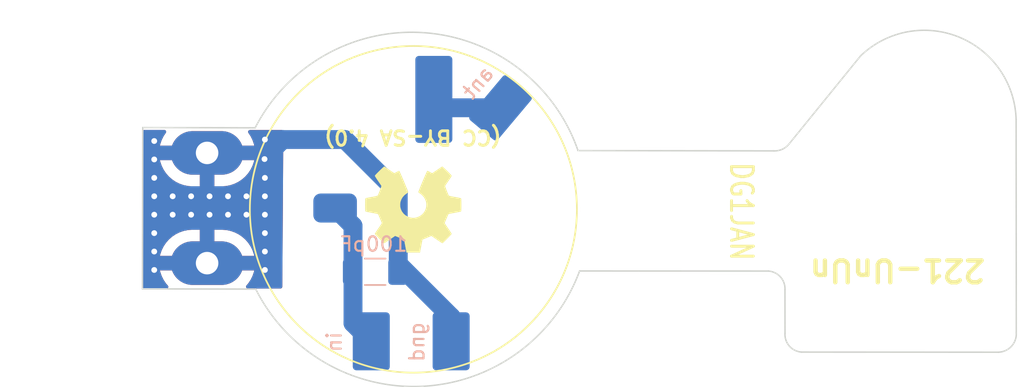
<source format=kicad_pcb>
(kicad_pcb (version 20221018) (generator pcbnew)
  (layers (0 "F.Cu" signal) (31 "B.Cu" signal) (34 "B.Paste" user) (35 "F.Paste" user) (36 "B.SilkS" user "B.Silkscreen") (37 "F.SilkS" user "F.Silkscreen") (38 "B.Mask" user) (39 "F.Mask" user) (44 "Edge.Cuts" user))
  (net 0 "")
  (net 1 "Net-(C1-Pad1)")
  (net 2 "GND")
  (net 3 "Net-(J2-Pad1)")
  (footprint "MountingHole:MountingHole_2.1mm" (layer "F.Cu") (at 149.4282 72.5066)
    (fp_text reference "REF**" hide)
    (fp_text value "MountingHole_2.1mm" hide)
    (pad "" np_thru_hole circle (at 0 0) (size 1.5 1.5) (drill 1.5) (layers "F&B.Cu" "*.Mask"))
  )
  (footprint "MountingHole:MountingHole_2.1mm" (layer "F.Cu") (at 129.2 69.2)
    (fp_text reference "REF**" hide)
    (fp_text value "MountingHole_2.1mm" hide)
    (pad "" np_thru_hole circle (at 0 0) (size 1.5 1.5) (drill 1.5) (layers "F&B.Cu" "*.Mask"))
  )
  (footprint "MountingHole:MountingHole_2.1mm" (layer "F.Cu") (at 144.5 72.49)
    (fp_text reference "REF**" hide)
    (fp_text value "MountingHole_2.1mm" hide)
    (pad "" np_thru_hole circle (at 0 0) (size 1.5 1.5) (drill 1.5) (layers "F&B.Cu" "*.Mask"))
  )
  (footprint "Library:MOLEX_0731713150" (layer "F.Cu") (at 104.15 70.66 -90)
    (fp_text reference "REF**" hide)
    (fp_text value "MOLEX_0731713150_BNC" hide)
    (pad "1" smd roundrect (at 0 -1.016 270) (size 2 3) (layers "B.Cu" "B.Paste" "B.Mask") (net 1 "Net-(C1-Pad1)"))
    (pad "2" thru_hole oval (at -3.8 7.8 270) (size 3 5) (drill 1.55) (layers "*.Cu" "*.Mask") (net 2 "GND"))
    (pad "2" thru_hole oval (at 3.8 7.8 270) (size 3 5) (drill 1.55) (layers "*.Cu" "*.Mask") (net 2 "GND"))
  )
  (footprint "" (layer "F.Cu") (at 111.9632 63.1698)
    (fp_text reference "" (at 0 0) (layer "F.SilkS") (effects (font (size 1.27 1.27))))
    (fp_text value "" (at 0 0) (layer "F.SilkS") (effects (font (size 1.27 1.27))))
    (pad "3" smd roundrect (at 0 0) (size 2.55 6) (layers "B.Cu" "B.Paste" "B.Mask") (roundrect_rratio 0.09803882353) (net 3 "Net-(J2-Pad1)"))
  )
  (footprint "Symbol:OSHW-Symbol_6.7x6mm_SilkScreen" (layer "F.Cu") (at 110.555221 70.7498 180)
    (fp_text reference "REF**" hide)
    (fp_text value "OSHW-Symbol_6.7x6mm_SilkScreen" hide)
    (fp_poly (pts (xy 0.555814 -2.531069) (xy 0.639635 -2.086445) (xy 0.94892 -1.958947) (xy 1.258206 -1.831449) (xy 1.629246 -2.083754) (xy 1.733157 -2.154004) (xy 1.827087 -2.216728) (xy 1.906652 -2.269062) (xy 1.96747 -2.308143) (xy 2.005157 -2.331107) (xy 2.015421 -2.336058) (xy 2.03391 -2.323324) (xy 2.07342 -2.288118) (xy 2.129522 -2.234938) (xy 2.197787 -2.168282) (xy 2.273786 -2.092646) (xy 2.353092 -2.012528) (xy 2.431275 -1.932426) (xy 2.503907 -1.856836) (xy 2.566559 -1.790255) (xy 2.614803 -1.737182) (xy 2.64421 -1.702113) (xy 2.651241 -1.690377) (xy 2.641123 -1.66874) (xy 2.612759 -1.621338) (xy 2.569129 -1.552807) (xy 2.513218 -1.467785) (xy 2.448006 -1.370907) (xy 2.410219 -1.31565) (xy 2.341343 -1.214752) (xy 2.28014 -1.123701) (xy 2.229578 -1.04703) (xy 2.192628 -0.989272) (xy 2.172258 -0.954957) (xy 2.169197 -0.947746) (xy 2.176136 -0.927252) (xy 2.195051 -0.879487) (xy 2.223087 -0.811168) (xy 2.257391 -0.729011) (xy 2.295109 -0.63973) (xy 2.333387 -0.550042) (xy 2.36937 -0.466662) (xy 2.400206 -0.396306) (xy 2.423039 -0.34569) (xy 2.435017 -0.321529) (xy 2.435724 -0.320578) (xy 2.454531 -0.315964) (xy 2.504618 -0.305672) (xy 2.580793 -0.290713) (xy 2.677865 -0.272099) (xy 2.790643 -0.250841) (xy 2.856442 -0.238582) (xy 2.97695 -0.215638) (xy 3.085797 -0.193805) (xy 3.177476 -0.174278) (xy 3.246481 -0.158252) (xy 3.287304 -0.146921) (xy 3.295511 -0.143326) (xy 3.303548 -0.118994) (xy 3.310033 -0.064041) (xy 3.31497 0.015108) (xy 3.318364 0.112026) (xy 3.320218 0.220287) (xy 3.320538 0.333465) (xy 3.319327 0.445135) (xy 3.31659 0.548868) (xy 3.312331 0.638241) (xy 3.306555 0.706826) (xy 3.299267 0.748197) (xy 3.294895 0.75681) (xy 3.268764 0.767133) (xy 3.213393 0.781892) (xy 3.136107 0.799352) (xy 3.04423 0.81778) (xy 3.012158 0.823741) (xy 2.857524 0.852066) (xy 2.735375 0.874876) (xy 2.641673 0.89308) (xy 2.572384 0.907583) (xy 2.523471 0.919292) (xy 2.490897 0.929115) (xy 2.470628 0.937956) (xy 2.458626 0.946724) (xy 2.456947 0.948457) (xy 2.440184 0.976371) (xy 2.414614 1.030695) (xy 2.382788 1.104777) (xy 2.34726 1.191965) (xy 2.310583 1.285608) (xy 2.275311 1.379052) (xy 2.243996 1.465647) (xy 2.219193 1.53874) (xy 2.203454 1.591678) (xy 2.199332 1.617811) (xy 2.199676 1.618726) (xy 2.213641 1.640086) (xy 2.245322 1.687084) (xy 2.291391 1.754827) (xy 2.348518 1.838423) (xy 2.413373 1.932982) (xy 2.431843 1.959854) (xy 2.497699 2.057275) (xy 2.55565 2.146163) (xy 2.602538 2.221412) (xy 2.635207 2.27792) (xy 2.6505 2.310581) (xy 2.651241 2.314593) (xy 2.638392 2.335684) (xy 2.602888 2.377464) (xy 2.549293 2.435445) (xy 2.482171 2.505135) (xy 2.406087 2.582045) (xy 2.325604 2.661683) (xy 2.245287 2.739561) (xy 2.169699 2.811186) (xy 2.103405 2.87207) (xy 2.050969 2.917721) (xy 2.016955 2.94365) (xy 2.007545 2.947883) (xy 1.985643 2.937912) (xy 1.9408 2.91102) (xy 1.880321 2.871736) (xy 1.833789 2.840117) (xy 1.749475 2.782098) (xy 1.649626 2.713784) (xy 1.549473 2.645579) (xy 1.495627 2.609075) (xy 1.313371 2.4858) (xy 1.160381 2.56852) (xy 1.090682 2.604759) (xy 1.031414 2.632926) (xy 0.991311 2.648991) (xy 0.981103 2.651226) (xy 0.968829 2.634722) (xy 0.944613 2.588082) (xy 0.910263 2.515609) (xy 0.867588 2.421606) (xy 0.818394 2.310374) (xy 0.76449 2.186215) (xy 0.707684 2.053432) (xy 0.649782 1.916327) (xy 0.592593 1.779202) (xy 0.537924 1.646358) (xy 0.487584 1.522098) (xy 0.44338 1.410725) (xy 0.407119 1.316539) (xy 0.380609 1.243844) (xy 0.365658 1.196941) (xy 0.363254 1.180833) (xy 0.382311 1.160286) (xy 0.424036 1.126933) (xy 0.479706 1.087702) (xy 0.484378 1.084599) (xy 0.628264 0.969423) (xy 0.744283 0.835053) (xy 0.83143 0.685784) (xy 0.888699 0.525913) (xy 0.915086 0.359737) (xy 0.909585 0.191552) (xy 0.87119 0.025655) (xy 0.798895 -0.133658) (xy 0.777626 -0.168513) (xy 0.666996 -0.309263) (xy 0.536302 -0.422286) (xy 0.390064 -0.506997) (xy 0.232808 -0.562806) (xy 0.069057 -0.589126) (xy -0.096667 -0.58537) (xy -0.259838 -0.55095) (xy -0.415935 -0.485277) (xy -0.560433 -0.387765) (xy -0.605131 -0.348187) (xy -0.718888 -0.224297) (xy -0.801782 -0.093876) (xy -0.858644 0.052315) (xy -0.890313 0.197088) (xy -0.898131 0.35986) (xy -0.872062 0.52344) (xy -0.814755 0.682298) (xy -0.728856 0.830906) (xy -0.617014 0.963735) (xy -0.481877 1.075256) (xy -0.464117 1.087011) (xy -0.40785 1.125508) (xy -0.365077 1.158863) (xy -0.344628 1.18016) (xy -0.344331 1.180833) (xy -0.348721 1.203871) (xy -0.366124 1.256157) (xy -0.394732 1.33339) (xy -0.432735 1.431268) (xy -0.478326 1.545491) (xy -0.529697 1.671758) (xy -0.585038 1.805767) (xy -0.642542 1.943218) (xy -0.700399 2.079808) (xy -0.756802 2.211237) (xy -0.809942 2.333205) (xy -0.85801 2.441409) (xy -0.899199 2.531549) (xy -0.931699 2.599323) (xy -0.953703 2.64043) (xy -0.962564 2.651226) (xy -0.98964 2.642819) (xy -1.040303 2.620272) (xy -1.105817 2.587613) (xy -1.141841 2.56852) (xy -1.294832 2.4858) (xy -1.477088 2.609075) (xy -1.570125 2.672228) (xy -1.671985 2.741727) (xy -1.767438 2.807165) (xy -1.81525 2.840117) (xy -1.882495 2.885273) (xy -1.939436 2.921057) (xy -1.978646 2.942938) (xy -1.991381 2.947563) (xy -2.009917 2.935085) (xy -2.050941 2.900252) (xy -2.110475 2.846678) (xy -2.184542 2.777983) (xy -2.269165 2.697781) (xy -2.322685 2.646286) (xy -2.416319 2.554286) (xy -2.497241 2.471999) (xy -2.562177 2.402945) (xy -2.607858 2.350644) (xy -2.631011 2.318616) (xy -2.633232 2.312116) (xy -2.622924 2.287394) (xy -2.594439 2.237405) (xy -2.550937 2.167212) (xy -2.495577 2.081875) (xy -2.43152 1.986456) (xy -2.413303 1.959854) (xy -2.346927 1.863167) (xy -2.287378 1.776117) (xy -2.237984 1.703595) (xy -2.202075 1.650493) (xy -2.182981 1.621703) (xy -2.181136 1.618726) (xy -2.183895 1.595782) (xy -2.198538 1.545336) (xy -2.222513 1.474041) (xy -2.253266 1.388547) (xy -2.288244 1.295507) (xy -2.324893 1.201574) (xy -2.360661 1.113399) (xy -2.392994 1.037634) (xy -2.419338 0.980931) (xy -2.437142 0.949943) (xy -2.438407 0.948457) (xy -2.449294 0.939601) (xy -2.467682 0.930843) (xy -2.497606 0.921277) (xy -2.543103 0.909996) (xy -2.608209 0.896093) (xy -2.696961 0.878663) (xy -2.813393 0.856798) (xy -2.961542 0.829591) (xy -2.993618 0.823741) (xy -3.088686 0.805374) (xy -3.171565 0.787405) (xy -3.23493 0.771569) (xy -3.271458 0.7596) (xy -3.276356 0.75681) (xy -3.284427 0.732072) (xy -3.290987 0.67679) (xy -3.296033 0.597389) (xy -3.299559 0.500296) (xy -3.301561 0.391938) (xy -3.302036 0.27874) (xy -3.300977 0.167128) (xy -3.298382 0.063529) (xy -3.294246 -0.025632) (xy -3.288563 -0.093928) (xy -3.281331 -0.134934) (xy -3.276971 -0.143326) (xy -3.252698 -0.151792) (xy -3.197426 -0.165565) (xy -3.116662 -0.18345) (xy -3.015912 -0.204252) (xy -2.900683 -0.226777) (xy -2.837902 -0.238582) (xy -2.718787 -0.260849) (xy -2.612565 -0.281021) (xy -2.524427 -0.298085) (xy -2.459566 -0.311031) (xy -2.423174 -0.318845) (xy -2.417184 -0.320578) (xy -2.407061 -0.34011) (xy -2.385662 -0.387157) (xy -2.355839 -0.454997) (xy -2.320445 -0.536909) (xy -2.282332 -0.626172) (xy -2.244353 -0.716065) (xy -2.20936 -0.799865) (xy -2.180206 -0.870853) (xy -2.159743 -0.922306) (xy -2.150823 -0.947503) (xy -2.150657 -0.948604) (xy -2.160769 -0.968481) (xy -2.189117 -1.014223) (xy -2.232723 -1.081283) (xy -2.288606 -1.165116) (xy -2.353787 -1.261174) (xy -2.391679 -1.31635) (xy -2.460725 -1.417519) (xy -2.52205 -1.50937) (xy -2.572663 -1.587256) (xy -2.609571 -1.646531) (xy -2.629782 -1.682549) (xy -2.632701 -1.690623) (xy -2.620153 -1.709416) (xy -2.585463 -1.749543) (xy -2.533063 -1.806507) (xy -2.467384 -1.875815) (xy -2.392856 -1.952969) (xy -2.313913 -2.033475) (xy -2.234983 -2.112837) (xy -2.1605 -2.18656) (xy -2.094894 -2.250148) (xy -2.042596 -2.299106) (xy -2.008039 -2.328939) (xy -1.996478 -2.336058) (xy -1.977654 -2.326047) (xy -1.932631 -2.297922) (xy -1.865787 -2.254546) (xy -1.781499 -2.198782) (xy -1.684144 -2.133494) (xy -1.610707 -2.083754) (xy -1.239667 -1.831449) (xy -0.621095 -2.086445) (xy -0.537275 -2.531069) (xy -0.453454 -2.975693) (xy 0.471994 -2.975693) (xy 0.555814 -2.531069)) (stroke (width 0.01)) (fill solid) (layer "F.SilkS"))
  )
  (footprint "MountingHole:MountingHole_2.1mm" (layer "F.Cu") (at 144.5 69.3)
    (fp_text reference "REF**" hide)
    (fp_text value "MountingHole_2.1mm" hide)
    (pad "" np_thru_hole circle (at 0 0) (size 1.5 1.5) (drill 1.5) (layers "F&B.Cu" "*.Mask"))
  )
  (footprint "MountingHole:MountingHole_2.1mm" (layer "F.Cu") (at 123.9 72.39)
    (fp_text reference "REF**" hide)
    (fp_text value "MountingHole_2.1mm" hide)
    (pad "" np_thru_hole circle (at 0 0) (size 1.5 1.5) (drill 1.5) (layers "F&B.Cu" "*.Mask"))
  )
  (footprint "MountingHole:MountingHole_6.4mm_M6" (layer "F.Cu") (at 145.9484 62.992)
    (fp_text reference "REF**" hide)
    (fp_text value "MountingHole_6.4mm_M6" hide)
    (pad "" np_thru_hole circle (at 0 0) (size 6.4 6.4) (drill 6.4) (layers "*.Cu" "*.Mask"))
  )
  (footprint "MountingHole:MountingHole_2.1mm" (layer "F.Cu") (at 129.2 72.39)
    (fp_text reference "REF**" hide)
    (fp_text value "MountingHole_2.1mm" hide)
    (pad "" np_thru_hole circle (at 0 0) (size 1.5 1.5) (drill 1.5) (layers "F&B.Cu" "*.Mask"))
  )
  (footprint "MountingHole:MountingHole_2.1mm" (layer "F.Cu") (at 149.4282 69.3166)
    (fp_text reference "REF**" hide)
    (fp_text value "MountingHole_2.1mm" hide)
    (pad "" np_thru_hole circle (at 0 0) (size 1.5 1.5) (drill 1.5) (layers "F&B.Cu" "*.Mask"))
  )
  (footprint "MountingHole:MountingHole_2.1mm" (layer "F.Cu") (at 123.9 69.2)
    (fp_text reference "REF**" hide)
    (fp_text value "MountingHole_2.1mm" hide)
    (pad "" np_thru_hole circle (at 0 0) (size 1.5 1.5) (drill 1.5) (layers "F&B.Cu" "*.Mask"))
  )
  (footprint "MountingHole:MountingHole_2.1mm" (layer "F.Cu") (at 139.446 77.9526)
    (fp_text reference "REF**" hide)
    (fp_text value "MountingHole_2.1mm" hide)
    (pad "" np_thru_hole circle (at 0 0) (size 2.5 2.5) (drill 2.5) (layers "F&B.Cu" "*.Mask"))
  )
  (footprint "MountingHole:MountingHole_2.1mm" (layer "F.Cu") (at 149.606 77.9526)
    (fp_text reference "REF**" hide)
    (fp_text value "MountingHole_2.1mm" hide)
    (pad "" np_thru_hole circle (at 0 0) (size 2.5 2.5) (drill 2.5) (layers "F&B.Cu" "*.Mask"))
  )
  (footprint "MountingHole:MountingHole_2.1mm" (layer "F.Cu") (at 139.4 69.2)
    (fp_text reference "REF**" hide)
    (fp_text value "MountingHole_2.1mm" hide)
    (pad "" np_thru_hole circle (at 0 0) (size 1.5 1.5) (drill 1.5) (layers "F&B.Cu" "*.Mask"))
  )
  (footprint "UniBalunLibrary:FT82_Balun" (layer "F.Cu") (at 110.555221 70.7498)
    (fp_text reference "U1" hide)
    (fp_text value "Core" hide)
    (fp_text user "in" (at -5.455221 9.1502 90) (layer "B.SilkS") (effects (justify mirror)))
    (fp_text user "gnd" (at 0.244779 9.1502 90) (layer "B.SilkS") (effects (justify mirror)))
    (fp_text user "ant" (at 4.444779 -8.7498 50) (layer "B.SilkS") (effects (justify mirror)))
    (fp_circle (center 0 0) (end 6.2 -9.4) (stroke (width 0.12)) (fill none) (layer "F.SilkS"))
    (pad "1" smd roundrect (at 2.6 9.1) (size 2.55 4) (layers "B.Cu" "B.Paste" "B.Mask") (roundrect_rratio 0.09803882353) (net 2 "GND"))
    (pad "2" smd roundrect (at -2.9 9.1) (size 2.55 4) (layers "B.Cu" "B.Paste" "B.Mask") (roundrect_rratio 0.09803882353) (net 1 "Net-(C1-Pad1)"))
    (pad "3" smd roundrect (at 6 -7 320) (size 2.55 4) (layers "B.Cu" "B.Paste" "B.Mask") (roundrect_rratio 0.09803882353) (net 3 "Net-(J2-Pad1)"))
  )
  (footprint "MountingHole:MountingHole_2.1mm" (layer "F.Cu") (at 139.4 72.39)
    (fp_text reference "REF**" hide)
    (fp_text value "MountingHole_2.1mm" hide)
    (pad "" np_thru_hole circle (at 0 0) (size 1.5 1.5) (drill 1.5) (layers "F&B.Cu" "*.Mask"))
  )
  (footprint "MountingHole:MountingHole_2.1mm" (layer "F.Cu") (at 144.6022 77.9526)
    (fp_text reference "REF**" hide)
    (fp_text value "MountingHole_2.1mm" hide)
    (pad "" np_thru_hole circle (at 0 0) (size 2.5 2.5) (drill 2.5) (layers "F&B.Cu" "*.Mask"))
  )
  (footprint "Capacitor_SMD:C_1206_3216Metric_Pad1.33x1.80mm_HandSolder" (layer "B.Cu") (at 107.9246 75.057)
    (fp_text reference "C1" hide)
    (fp_text value "100pF" (at -0.1016 -1.905) (layer "B.SilkS") (effects (justify mirror)))
    (fp_line (start -0.711252 -0.91) (end 0.711252 -0.91) (stroke (width 0.12)) (layer "B.SilkS"))
    (fp_line (start -0.711252 0.91) (end 0.711252 0.91) (stroke (width 0.12)) (layer "B.SilkS"))
    (pad "1" smd roundrect (at -1.5625 0) (size 1.325 1.8) (layers "B.Cu" "B.Paste" "B.Mask") (roundrect_rratio 0.1886792453) (net 1 "Net-(C1-Pad1)"))
    (pad "2" smd roundrect (at 1.5625 0) (size 1.325 1.8) (layers "B.Cu" "B.Paste" "B.Mask") (roundrect_rratio 0.1886792453) (net 2 "GND"))
  )
  (gr_arc (start 137.280627 80.592109) (mid 136.445449 80.179989) (end 136.144001 79.2988) (stroke (width 0.1)) (layer "Edge.Cuts"))
  (gr_line (start 136.42469 66.242047) (end 141.349776 60.168024) (stroke (width 0.1)) (layer "Edge.Cuts"))
  (gr_line (start 135.001 75.0062) (end 122 75) (stroke (width 0.1)) (layer "Edge.Cuts"))
  (gr_line (start 136.140999 76.2862) (end 136.144001 79.2988) (stroke (width 0.1)) (layer "Edge.Cuts"))
  (gr_arc (start 136.42469 66.242047) (mid 135.955963 66.608049) (end 135.371813 66.719544) (stroke (width 0.1)) (layer "Edge.Cuts"))
  (gr_arc (start 99.66 65.13) (mid 111.293623 58.571687) (end 121.89 66.7) (stroke (width 0.1)) (layer "Edge.Cuts"))
  (gr_line (start 135.371813 66.719544) (end 121.89 66.7) (stroke (width 0.1)) (layer "Edge.Cuts"))
  (gr_arc (start 141.349776 60.168024) (mid 148.125142 58.874075) (end 152.05723 64.5414) (stroke (width 0.1)) (layer "Edge.Cuts"))
  (gr_line (start 99.66 65.13) (end 91.92 65.11) (stroke (width 0.1)) (layer "Edge.Cuts"))
  (gr_arc (start 135.001 75.006201) (mid 135.832648 75.41317) (end 136.140999 76.2862) (stroke (width 0.1)) (layer "Edge.Cuts"))
  (gr_line (start 91.9 76.235) (end 99.7 76.25) (stroke (width 0.1)) (layer "Edge.Cuts"))
  (gr_line (start 152.05723 64.5414) (end 152.0698 79.2734) (stroke (width 0.1)) (layer "Edge.Cuts"))
  (gr_line (start 91.92 65.11) (end 91.9 76.235) (stroke (width 0.1)) (layer "Edge.Cuts"))
  (gr_arc (start 122 75) (mid 111.260399 82.946521) (end 99.7 76.25) (stroke (width 0.1)) (layer "Edge.Cuts"))
  (gr_arc (start 152.0698 79.2734) (mid 151.732094 80.197043) (end 150.834956 80.599915) (stroke (width 0.1)) (layer "Edge.Cuts"))
  (gr_line (start 137.280627 80.592109) (end 150.834956 80.599915) (stroke (width 0.1)) (layer "Edge.Cuts"))
  (gr_text "DG1JAN" (at 133.1468 70.8914 270) (layer "F.SilkS") (effects (font (size 1.5 1.2) (thickness 0.2) bold)))
  (gr_text "221-UnUn" (at 143.891 74.9554 180) (layer "F.SilkS") (effects (font (size 1.5 1.5) (thickness 0.3) bold)))
  (gr_text "(CC BY-SA 4.0)" (at 110.5154 65.786 180) (layer "F.SilkS") (effects (font (size 1 1) (thickness 0.2) bold)))
  (segment (start 106.3975 71.8915) (end 105.166 70.66) (width 1.3) (layer "B.Cu") (net 1))
  (segment (start 106.3975 78.592079) (end 106.3975 71.8915) (width 1.3) (layer "B.Cu") (net 1))
  (segment (start 107.655221 79.8498) (end 106.3975 78.592079) (width 1.3) (layer "B.Cu") (net 1))
  (segment (start 107.655221 79.377721) (end 107.655221 79.8498) (width 1.25) (layer "B.Cu") (net 1))
  (via (at 93.98 69.85) (size 0.8) (drill 0.4) (layers "F.Cu" "B.Cu") (net 2))
  (via (at 100.33 73.66) (size 0.8) (drill 0.4) (layers "F.Cu" "B.Cu") (net 2))
  (via (at 93.98 71.12) (size 0.8) (drill 0.4) (layers "F.Cu" "B.Cu") (net 2))
  (via (at 92.71 74.93) (size 0.8) (drill 0.4) (layers "F.Cu" "B.Cu") (net 2))
  (via (at 96.52 69.85) (size 0.8) (drill 0.4) (layers "F.Cu" "B.Cu") (net 2))
  (via (at 92.71 73.66) (size 0.8) (drill 0.4) (layers "F.Cu" "B.Cu") (net 2))
  (via (at 100.33 72.39) (size 0.8) (drill 0.4) (layers "F.Cu" "B.Cu") (net 2))
  (via (at 99.06 69.85) (size 0.8) (drill 0.4) (layers "F.Cu" "B.Cu") (net 2))
  (via (at 92.71 68.58) (size 0.8) (drill 0.4) (layers "F.Cu" "B.Cu") (net 2))
  (via (at 92.71 67.31) (size 0.8) (drill 0.4) (layers "F.Cu" "B.Cu") (net 2))
  (via (at 95.25 69.85) (size 0.8) (drill 0.4) (layers "F.Cu" "B.Cu") (net 2))
  (via (at 100.33 71.12) (size 0.8) (drill 0.4) (layers "F.Cu" "B.Cu") (net 2))
  (via (at 92.71 71.12) (size 0.8) (drill 0.4) (layers "F.Cu" "B.Cu") (net 2))
  (via (at 96.52 71.12) (size 0.8) (drill 0.4) (layers "F.Cu" "B.Cu") (net 2))
  (via (at 92.71 69.85) (size 0.8) (drill 0.4) (layers "F.Cu" "B.Cu") (net 2))
  (via (at 100.33 74.93) (size 0.8) (drill 0.4) (layers "F.Cu" "B.Cu") (net 2))
  (via (at 97.79 71.12) (size 0.8) (drill 0.4) (layers "F.Cu" "B.Cu") (net 2))
  (via (at 92.71 72.39) (size 0.8) (drill 0.4) (layers "F.Cu" "B.Cu") (net 2))
  (via (at 100.33 65.9384) (size 0.8) (drill 0.4) (layers "F.Cu" "B.Cu") (net 2))
  (via (at 92.71 66.04) (size 0.8) (drill 0.4) (layers "F.Cu" "B.Cu") (net 2))
  (via (at 100.33 69.85) (size 0.8) (drill 0.4) (layers "F.Cu" "B.Cu") (net 2))
  (via (at 95.25 71.12) (size 0.8) (drill 0.4) (layers "F.Cu" "B.Cu") (net 2))
  (via (at 99.06 71.12) (size 0.8) (drill 0.4) (layers "F.Cu" "B.Cu") (net 2))
  (via (at 100.33 68.58) (size 0.8) (drill 0.4) (layers "F.Cu" "B.Cu") (net 2))
  (via (at 97.79 69.85) (size 0.8) (drill 0.4) (layers "F.Cu" "B.Cu") (net 2))
  (via (at 100.3046 67.2846) (size 0.8) (drill 0.4) (layers "F.Cu" "B.Cu") (net 2))
  (segment (start 100.5006 66.86) (end 100.6276 66.86) (width 1.3) (layer "B.Cu") (net 2))
  (segment (start 101.5492 65.9384) (end 105.8418 65.9384) (width 1.3) (layer "B.Cu") (net 2))
  (segment (start 109.5125 69.6091) (end 109.5125 74.5225) (width 1.3) (layer "B.Cu") (net 2))
  (segment (start 105.8418 65.9384) (end 109.5125 69.6091) (width 1.3) (layer "B.Cu") (net 2))
  (segment (start 113.155221 78.165221) (end 113.155221 79.8498) (width 1.3) (layer "B.Cu") (net 2))
  (segment (start 109.5125 74.5225) (end 113.155221 78.165221) (width 1.3) (layer "B.Cu") (net 2))
  (segment (start 100.6276 66.86) (end 101.5492 65.9384) (width 1.3) (layer "B.Cu") (net 2))
  (segment (start 112.0902 63.7498) (end 116.555221 63.7498) (width 1.3) (layer "B.Cu") (net 3))
  (segment (start 112 63.84) (end 112.0902 63.7498) (width 1.3) (layer "B.Cu") (net 3))
  (segment (start 111.57 63.84) (end 112 63.84) (width 1.3) (layer "B.Cu") (net 3))
  (zone (net 2) (net_name "GND") (layers "F&B.Cu") (connect_pads (clearance 0)) (min_thickness 0.254) (fill yes (thermal_gap 0.8) (thermal_bridge_width 1))
    (polygon (pts (xy 91.239645 65.272) (xy 101.599955 65.283237) (xy 101.528824 76.206891) (xy 91.248514 76.224034) (xy 91.21 65.278)))
  )
)
</source>
